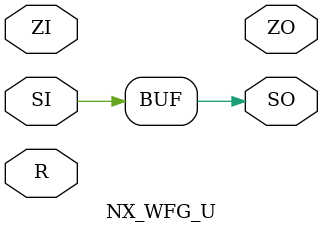
<source format=v>
(* abc9_box, lib_whitebox *)
module NX_GCK_U(SI1, SI2, CMD, SO);
    input CMD;
    input SI1;
    input SI2;
    output SO;
    parameter inv_in = 1'b0;
    parameter inv_out = 1'b0;
    parameter std_mode = "BYPASS";

    wire SI1_int = inv_in ? ~SI1 : SI1;
    wire SI2_int = inv_in ? ~SI2 : SI2;

    wire SO_int;
    generate if (std_mode == "BYPASS") begin
        assign SO_int = SI1_int;
    end
    else if (std_mode == "MUX") begin
        assign SO_int = CMD ? SI1_int : SI2_int;
    end
    else if (std_mode == "CKS") begin
        assign SO_int = CMD ? SI1_int : 1'b0;
    end
    else if (std_mode == "CSC") begin
        assign SO_int = CMD;
    end
    else
    $error("Unrecognised std_mode");
    endgenerate
    assign SO = inv_out ? ~SO_int : SO_int;
endmodule

(* abc9_box, lib_whitebox *)
module NX_RFB_U(WCK, I1, I2, I3, I4, I5, I6, I7, I8, I9, I10, I11, I12, I13, I14, I15, I16, I17, I18, I19, I20
, I21, I22, I23, I24, I25, I26, I27, I28, I29, I30, I31, I32, I33, I34, I35, I36, O1, O2, O3, O4, O5
, O6, O7, O8, O9, O10, O11, O12, O13, O14, O15, O16, O17, O18, O19, O20, O21, O22, O23, O24, O25, O26
, O27, O28, O29, O30, O31, O32, O33, O34, O35, O36, RA1, RA2, RA3, RA4, RA5, RA6, RA7, RA8, RA9, RA10, WA1
, WA2, WA3, WA4, WA5, WA6, WE, WEA);
    input I1;
    input I10;
    input I11;
    input I12;
    input I13;
    input I14;
    input I15;
    input I16;
    input I17;
    input I18;
    input I19;
    input I2;
    input I20;
    input I21;
    input I22;
    input I23;
    input I24;
    input I25;
    input I26;
    input I27;
    input I28;
    input I29;
    input I3;
    input I30;
    input I31;
    input I32;
    input I33;
    input I34;
    input I35;
    input I36;
    input I4;
    input I5;
    input I6;
    input I7;
    input I8;
    input I9;
    output O1;
    output O10;
    output O11;
    output O12;
    output O13;
    output O14;
    output O15;
    output O16;
    output O17;
    output O18;
    output O19;
    output O2;
    output O20;
    output O21;
    output O22;
    output O23;
    output O24;
    output O25;
    output O26;
    output O27;
    output O28;
    output O29;
    output O3;
    output O30;
    output O31;
    output O32;
    output O33;
    output O34;
    output O35;
    output O36;
    output O4;
    output O5;
    output O6;
    output O7;
    output O8;
    output O9;
    input RA1;
    input RA10;
    input RA2;
    input RA3;
    input RA4;
    input RA5;
    input RA6;
    input RA7;
    input RA8;
    input RA9;
    input WA1;
    input WA2;
    input WA3;
    input WA4;
    input WA5;
    input WA6;
    input WCK;
    input WE;
    input WEA;
    parameter mem_ctxt = "";
    parameter mode = 0;
    parameter wck_edge = 1'b0;

    wire clock = WCK ^ wck_edge;

    localparam MEM_SIZE  = mode == 2 ? 64 : 32;
    localparam MEM_WIDTH = mode == 3 ? 36 : 18;
    localparam ADDR_WIDTH = mode == 2 ? 6 : 5;

    reg [MEM_WIDTH-1:0] mem [MEM_SIZE-1:0];

    integer i;
    initial begin
        for (i = 0; i < MEM_SIZE; i = i + 1)
            mem[i] = 36'b0;
    end

    wire [ADDR_WIDTH-1:0] WA = (mode==2) ? { WA6, WA5, WA4, WA3, WA2, WA1 } : { WA5, WA4, WA3, WA2, WA1 };
    wire [36-1:0] O = { O36, O35, O34, O33, O32, O31, O30, O29, O28, 
                        O27, O26, O25, O24, O23, O22, O21, O20, O19, 
                        O18, O17, O16, O15, O14, O13, O12, O11, O10,
                         O9,  O8,  O7,  O6,  O5,  O4,  O3,  O2,  O1 };
    wire [36-1:0] I = { I36, I35, I34, I33, I32, I31, I30, I29, I28,
                        I27, I26, I25, I24, I23, I22, I21, I20, I19,
                        I18, I17, I16, I15, I14, I13, I12, I11, I10,
                         I9,  I8,  I7,  I6,  I5,  I4,  I3,  I2,  I1 };
    generate 
        if (mode==0) begin
            assign O[17:0] = mem[{ RA5, RA4, RA3, RA2, RA1 }];
        end
        else if (mode==1) begin
            assign O[17:0] = mem[{ WA5, WA4, WA3, WA2, WA1 }];
        end
        else if (mode==2) begin
            assign O[17:0] = mem[{ RA6, RA5, RA4, RA3, RA2, RA1 }];
        end
        else if (mode==3) begin
            assign O[35:0] = mem[{ RA5, RA4, RA3, RA2, RA1 }];
        end
        else if (mode==4) begin
            assign O[35:0] = { mem[{ RA10, RA9, RA8, RA7, RA6 }], mem[{ RA5, RA4, RA3, RA2, RA1 }] };
        end
        else 
            $error("Unknown NX_RFB_U mode");
    endgenerate

    always @(posedge clock)
        if (WE)
            mem[WA] <= I[MEM_WIDTH-1:0];
endmodule

(* abc9_box, lib_whitebox *)
module NX_WFG_U(R, SI, ZI, SO, ZO);
    input R;
    input SI;
    output SO;
    input ZI;
    output ZO;
    parameter delay = 0;
    parameter delay_on = 1'b0;
    parameter div_phase = 1'b0;
    parameter div_ratio = 0;
    parameter location = "";
    parameter mode = 0;
    parameter pattern = 16'b0000000000000000;
    parameter pattern_end = 0;
    parameter reset_on_cal_lock_n = 1'b0;
    parameter reset_on_pll_lock_n = 1'b0;
    parameter reset_on_pll_locka_n = 1'b0;
    parameter wfg_edge = 1'b0;

    generate
        if (mode==0) begin
            assign SO = SI;
        end
        else if (mode==1) begin
            wire clock = ZI ^ wfg_edge;
            wire reset = R || SI;
            reg [3:0] counter = 0;
            reg [15:0] rom = pattern;

            always @(posedge clock)
            begin
                if (reset)
                    counter <= 4'b0;
                else
                    counter <= counter + 1;
            end
            assign SO = counter == pattern_end;
            assign ZO = rom[counter];
        end
        else if (mode==2) begin
        end
        else
            $error("Unknown NX_WFG_U mode");
    endgenerate
endmodule

</source>
